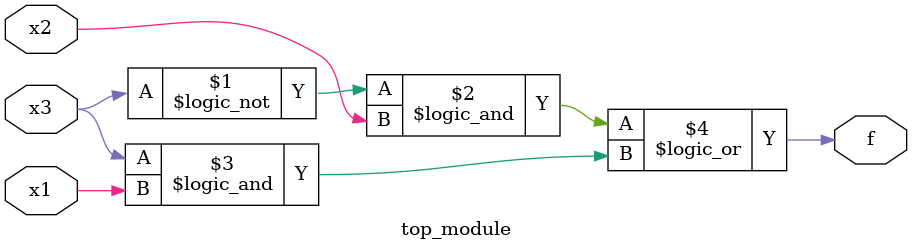
<source format=sv>
module top_module (
    input x3,
    input x2,
    input x1,
    output f
);

assign f = (!x3 && x2) || (x3 && x1);

endmodule

</source>
